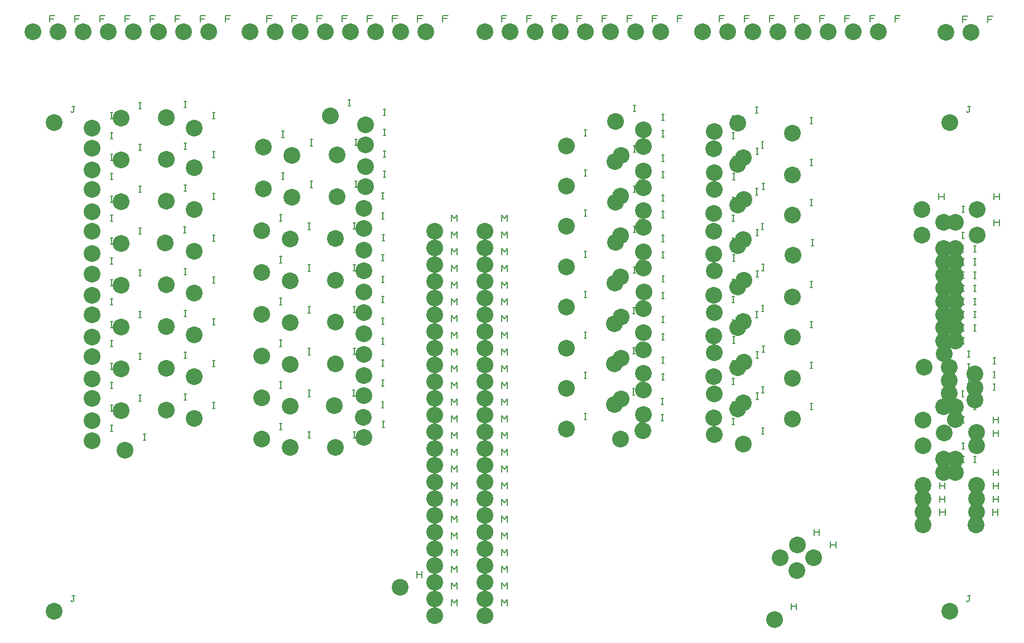
<source format=gbr>
%FSLAX23Y23*%
%MOIN*%
G04 EasyPC Gerber Version 17.0 Build 3379 *
%ADD18C,0.00500*%
%ADD71C,0.10000*%
X0Y0D02*
D02*
D18*
X251Y3805D02*
Y3842D01*
X282*
X276Y3823D02*
X251D01*
X378Y343D02*
X381Y340D01*
X387Y337*
X393Y340*
X396Y343*
Y374*
X403*
X396D02*
X384D01*
X378Y3268D02*
X381Y3265D01*
X387Y3262*
X393Y3265*
X396Y3268*
Y3299*
X403*
X396D02*
X384D01*
X401Y3805D02*
Y3842D01*
X432*
X426Y3823D02*
X401D01*
X551Y3805D02*
Y3842D01*
X582*
X576Y3823D02*
X551D01*
X617Y1357D02*
X629D01*
X623D02*
Y1394D01*
X617D02*
X629D01*
X617Y1477D02*
X629D01*
X623D02*
Y1514D01*
X617D02*
X629D01*
X617Y1612D02*
X629D01*
X623D02*
Y1649D01*
X617D02*
X629D01*
X617Y1727D02*
X629D01*
X623D02*
Y1764D01*
X617D02*
X629D01*
X617Y1862D02*
X629D01*
X623D02*
Y1899D01*
X617D02*
X629D01*
X617Y1977D02*
X629D01*
X623D02*
Y2014D01*
X617D02*
X629D01*
X617Y2112D02*
X629D01*
X623D02*
Y2149D01*
X617D02*
X629D01*
X617Y2227D02*
X629D01*
X623D02*
Y2264D01*
X617D02*
X629D01*
X617Y2357D02*
X629D01*
X623D02*
Y2394D01*
X617D02*
X629D01*
X617Y2477D02*
X629D01*
X623D02*
Y2514D01*
X617D02*
X629D01*
X617Y2612D02*
X629D01*
X623D02*
Y2649D01*
X617D02*
X629D01*
X617Y2727D02*
X629D01*
X623D02*
Y2764D01*
X617D02*
X629D01*
X617Y2862D02*
X629D01*
X623D02*
Y2899D01*
X617D02*
X629D01*
X617Y2977D02*
X629D01*
X623D02*
Y3014D01*
X617D02*
X629D01*
X617Y3107D02*
X629D01*
X623D02*
Y3144D01*
X617D02*
X629D01*
X617Y3227D02*
X629D01*
X623D02*
Y3264D01*
X617D02*
X629D01*
X701Y3805D02*
Y3842D01*
X732*
X726Y3823D02*
X701D01*
X787Y1537D02*
X799D01*
X793D02*
Y1574D01*
X787D02*
X799D01*
X787Y1787D02*
X799D01*
X793D02*
Y1824D01*
X787D02*
X799D01*
X787Y2037D02*
X799D01*
X793D02*
Y2074D01*
X787D02*
X799D01*
X787Y2287D02*
X799D01*
X793D02*
Y2324D01*
X787D02*
X799D01*
X787Y2537D02*
X799D01*
X793D02*
Y2574D01*
X787D02*
X799D01*
X787Y2787D02*
X799D01*
X793D02*
Y2824D01*
X787D02*
X799D01*
X787Y3037D02*
X799D01*
X793D02*
Y3074D01*
X787D02*
X799D01*
X787Y3287D02*
X799D01*
X793D02*
Y3324D01*
X787D02*
X799D01*
X812Y1302D02*
X824D01*
X818D02*
Y1339D01*
X812D02*
X824D01*
X851Y3805D02*
Y3842D01*
X882*
X876Y3823D02*
X851D01*
X1001Y3805D02*
Y3842D01*
X1032*
X1026Y3823D02*
X1001D01*
X1052Y2542D02*
X1064D01*
X1058D02*
Y2579D01*
X1052D02*
X1064D01*
X1057Y1542D02*
X1069D01*
X1063D02*
Y1579D01*
X1057D02*
X1069D01*
X1057Y1792D02*
X1069D01*
X1063D02*
Y1829D01*
X1057D02*
X1069D01*
X1057Y2042D02*
X1069D01*
X1063D02*
Y2079D01*
X1057D02*
X1069D01*
X1057Y2292D02*
X1069D01*
X1063D02*
Y2329D01*
X1057D02*
X1069D01*
X1057Y2792D02*
X1069D01*
X1063D02*
Y2829D01*
X1057D02*
X1069D01*
X1057Y3042D02*
X1069D01*
X1063D02*
Y3079D01*
X1057D02*
X1069D01*
X1057Y3292D02*
X1069D01*
X1063D02*
Y3329D01*
X1057D02*
X1069D01*
X1151Y3805D02*
Y3842D01*
X1182*
X1176Y3823D02*
X1151D01*
X1227Y1492D02*
X1239D01*
X1233D02*
Y1529D01*
X1227D02*
X1239D01*
X1227Y1742D02*
X1239D01*
X1233D02*
Y1779D01*
X1227D02*
X1239D01*
X1227Y1992D02*
X1239D01*
X1233D02*
Y2029D01*
X1227D02*
X1239D01*
X1227Y2242D02*
X1239D01*
X1233D02*
Y2279D01*
X1227D02*
X1239D01*
X1227Y2492D02*
X1239D01*
X1233D02*
Y2529D01*
X1227D02*
X1239D01*
X1227Y2742D02*
X1239D01*
X1233D02*
Y2779D01*
X1227D02*
X1239D01*
X1227Y2992D02*
X1239D01*
X1233D02*
Y3029D01*
X1227D02*
X1239D01*
X1227Y3227D02*
X1239D01*
X1233D02*
Y3264D01*
X1227D02*
X1239D01*
X1301Y3805D02*
Y3842D01*
X1332*
X1326Y3823D02*
X1301D01*
X1550Y3806D02*
Y3843D01*
X1581*
X1575Y3825D02*
X1550D01*
X1627Y1367D02*
X1639D01*
X1633D02*
Y1404D01*
X1627D02*
X1639D01*
X1627Y1614D02*
X1639D01*
X1633D02*
Y1652D01*
X1627D02*
X1639D01*
X1627Y1864D02*
X1639D01*
X1633D02*
Y1902D01*
X1627D02*
X1639D01*
X1627Y2114D02*
X1639D01*
X1633D02*
Y2152D01*
X1627D02*
X1639D01*
X1627Y2364D02*
X1639D01*
X1633D02*
Y2402D01*
X1627D02*
X1639D01*
X1627Y2614D02*
X1639D01*
X1633D02*
Y2652D01*
X1627D02*
X1639D01*
Y2864D02*
X1652D01*
X1646D02*
Y2902D01*
X1639D02*
X1652D01*
X1639Y3114D02*
X1652D01*
X1646D02*
Y3152D01*
X1639D02*
X1652D01*
X1700Y3806D02*
Y3843D01*
X1731*
X1725Y3825D02*
X1700D01*
X1797Y1317D02*
X1809D01*
X1803D02*
Y1354D01*
X1797D02*
X1809D01*
X1797Y1564D02*
X1809D01*
X1803D02*
Y1602D01*
X1797D02*
X1809D01*
X1797Y1814D02*
X1809D01*
X1803D02*
Y1852D01*
X1797D02*
X1809D01*
X1797Y2064D02*
X1809D01*
X1803D02*
Y2102D01*
X1797D02*
X1809D01*
X1797Y2314D02*
X1809D01*
X1803D02*
Y2352D01*
X1797D02*
X1809D01*
X1797Y2564D02*
X1809D01*
X1803D02*
Y2602D01*
X1797D02*
X1809D01*
Y2814D02*
X1822D01*
X1816D02*
Y2852D01*
X1809D02*
X1822D01*
X1809Y3064D02*
X1822D01*
X1816D02*
Y3102D01*
X1809D02*
X1822D01*
X1850Y3806D02*
Y3843D01*
X1881*
X1875Y3825D02*
X1850D01*
X2000Y3806D02*
Y3843D01*
X2031*
X2025Y3825D02*
X2000D01*
X2037Y3302D02*
X2049D01*
X2043D02*
Y3339D01*
X2037D02*
X2049D01*
X2062Y1567D02*
X2074D01*
X2068D02*
Y1604D01*
X2062D02*
X2074D01*
X2067Y1317D02*
X2079D01*
X2073D02*
Y1354D01*
X2067D02*
X2079D01*
X2067Y1817D02*
X2079D01*
X2073D02*
Y1854D01*
X2067D02*
X2079D01*
X2067Y2067D02*
X2079D01*
X2073D02*
Y2104D01*
X2067D02*
X2079D01*
X2067Y2317D02*
X2079D01*
X2073D02*
Y2354D01*
X2067D02*
X2079D01*
X2067Y2567D02*
X2079D01*
X2073D02*
Y2604D01*
X2067D02*
X2079D01*
X2077Y2817D02*
X2089D01*
X2083D02*
Y2854D01*
X2077D02*
X2089D01*
X2077Y3067D02*
X2089D01*
X2083D02*
Y3104D01*
X2077D02*
X2089D01*
X2150Y3806D02*
Y3843D01*
X2181*
X2175Y3825D02*
X2150D01*
X2234Y1497D02*
X2247D01*
X2241D02*
Y1534D01*
X2234D02*
X2247D01*
X2237Y1627D02*
X2249D01*
X2243D02*
Y1664D01*
X2237D02*
X2249D01*
X2237Y1747D02*
X2249D01*
X2243D02*
Y1784D01*
X2237D02*
X2249D01*
X2237Y1877D02*
X2249D01*
X2243D02*
Y1914D01*
X2237D02*
X2249D01*
X2237Y1997D02*
X2249D01*
X2243D02*
Y2034D01*
X2237D02*
X2249D01*
X2237Y2127D02*
X2249D01*
X2243D02*
Y2164D01*
X2237D02*
X2249D01*
X2237Y2247D02*
X2249D01*
X2243D02*
Y2284D01*
X2237D02*
X2249D01*
X2237Y2377D02*
X2249D01*
X2243D02*
Y2414D01*
X2237D02*
X2249D01*
X2237Y2627D02*
X2249D01*
X2243D02*
Y2664D01*
X2237D02*
X2249D01*
X2237Y2747D02*
X2249D01*
X2243D02*
Y2784D01*
X2237D02*
X2249D01*
X2239Y1379D02*
X2252D01*
X2246D02*
Y1417D01*
X2239D02*
X2252D01*
X2239Y2497D02*
X2252D01*
X2246D02*
Y2534D01*
X2239D02*
X2252D01*
X2247Y2877D02*
X2259D01*
X2253D02*
Y2914D01*
X2247D02*
X2259D01*
X2247Y2997D02*
X2259D01*
X2253D02*
Y3034D01*
X2247D02*
X2259D01*
X2247Y3127D02*
X2259D01*
X2253D02*
Y3164D01*
X2247D02*
X2259D01*
X2247Y3247D02*
X2259D01*
X2253D02*
Y3284D01*
X2247D02*
X2259D01*
X2300Y3806D02*
Y3843D01*
X2331*
X2325Y3825D02*
X2300D01*
X2444Y481D02*
Y519D01*
Y500D02*
X2475D01*
Y481D02*
Y519D01*
X2450Y3806D02*
Y3843D01*
X2481*
X2475Y3825D02*
X2450D01*
X2600Y3806D02*
Y3843D01*
X2631*
X2625Y3825D02*
X2600D01*
X2653Y312D02*
Y349D01*
X2668Y331*
X2684Y349*
Y312*
X2653Y412D02*
Y449D01*
X2668Y431*
X2684Y449*
Y412*
X2653Y512D02*
Y549D01*
X2668Y531*
X2684Y549*
Y512*
X2653Y612D02*
Y649D01*
X2668Y631*
X2684Y649*
Y612*
X2653Y712D02*
Y749D01*
X2668Y731*
X2684Y749*
Y712*
X2653Y812D02*
Y849D01*
X2668Y831*
X2684Y849*
Y812*
X2653Y912D02*
Y949D01*
X2668Y931*
X2684Y949*
Y912*
X2653Y1012D02*
Y1049D01*
X2668Y1031*
X2684Y1049*
Y1012*
X2653Y1112D02*
Y1149D01*
X2668Y1131*
X2684Y1149*
Y1112*
X2653Y1212D02*
Y1249D01*
X2668Y1231*
X2684Y1249*
Y1212*
X2653Y1312D02*
Y1349D01*
X2668Y1331*
X2684Y1349*
Y1312*
X2653Y1412D02*
Y1449D01*
X2668Y1431*
X2684Y1449*
Y1412*
X2653Y1512D02*
Y1549D01*
X2668Y1531*
X2684Y1549*
Y1512*
X2653Y1612D02*
Y1649D01*
X2668Y1631*
X2684Y1649*
Y1612*
X2653Y1712D02*
Y1749D01*
X2668Y1731*
X2684Y1749*
Y1712*
X2653Y1812D02*
Y1849D01*
X2668Y1831*
X2684Y1849*
Y1812*
X2653Y1912D02*
Y1949D01*
X2668Y1931*
X2684Y1949*
Y1912*
X2653Y2012D02*
Y2049D01*
X2668Y2031*
X2684Y2049*
Y2012*
X2653Y2112D02*
Y2149D01*
X2668Y2131*
X2684Y2149*
Y2112*
X2653Y2212D02*
Y2249D01*
X2668Y2231*
X2684Y2249*
Y2212*
X2653Y2312D02*
Y2349D01*
X2668Y2331*
X2684Y2349*
Y2312*
X2653Y2412D02*
Y2449D01*
X2668Y2431*
X2684Y2449*
Y2412*
X2653Y2512D02*
Y2549D01*
X2668Y2531*
X2684Y2549*
Y2512*
X2653Y2612D02*
Y2649D01*
X2668Y2631*
X2684Y2649*
Y2612*
X2951Y3806D02*
Y3843D01*
X2982*
X2976Y3825D02*
X2951D01*
X2953Y312D02*
Y349D01*
X2968Y331*
X2984Y349*
Y312*
X2953Y412D02*
Y449D01*
X2968Y431*
X2984Y449*
Y412*
X2953Y512D02*
Y549D01*
X2968Y531*
X2984Y549*
Y512*
X2953Y612D02*
Y649D01*
X2968Y631*
X2984Y649*
Y612*
X2953Y712D02*
Y749D01*
X2968Y731*
X2984Y749*
Y712*
X2953Y812D02*
Y849D01*
X2968Y831*
X2984Y849*
Y812*
X2953Y912D02*
Y949D01*
X2968Y931*
X2984Y949*
Y912*
X2953Y1012D02*
Y1049D01*
X2968Y1031*
X2984Y1049*
Y1012*
X2953Y1112D02*
Y1149D01*
X2968Y1131*
X2984Y1149*
Y1112*
X2953Y1212D02*
Y1249D01*
X2968Y1231*
X2984Y1249*
Y1212*
X2953Y1312D02*
Y1349D01*
X2968Y1331*
X2984Y1349*
Y1312*
X2953Y1412D02*
Y1449D01*
X2968Y1431*
X2984Y1449*
Y1412*
X2953Y1512D02*
Y1549D01*
X2968Y1531*
X2984Y1549*
Y1512*
X2953Y1612D02*
Y1649D01*
X2968Y1631*
X2984Y1649*
Y1612*
X2953Y1712D02*
Y1749D01*
X2968Y1731*
X2984Y1749*
Y1712*
X2953Y1812D02*
Y1849D01*
X2968Y1831*
X2984Y1849*
Y1812*
X2953Y1912D02*
Y1949D01*
X2968Y1931*
X2984Y1949*
Y1912*
X2953Y2012D02*
Y2049D01*
X2968Y2031*
X2984Y2049*
Y2012*
X2953Y2112D02*
Y2149D01*
X2968Y2131*
X2984Y2149*
Y2112*
X2953Y2212D02*
Y2249D01*
X2968Y2231*
X2984Y2249*
Y2212*
X2953Y2312D02*
Y2349D01*
X2968Y2331*
X2984Y2349*
Y2312*
X2953Y2412D02*
Y2449D01*
X2968Y2431*
X2984Y2449*
Y2412*
X2953Y2512D02*
Y2549D01*
X2968Y2531*
X2984Y2549*
Y2512*
X2953Y2612D02*
Y2649D01*
X2968Y2631*
X2984Y2649*
Y2612*
X3101Y3806D02*
Y3843D01*
X3132*
X3126Y3825D02*
X3101D01*
X3251Y3806D02*
Y3843D01*
X3282*
X3276Y3825D02*
X3251D01*
X3401Y3806D02*
Y3843D01*
X3432*
X3426Y3825D02*
X3401D01*
X3447Y1427D02*
X3459D01*
X3453D02*
Y1464D01*
X3447D02*
X3459D01*
X3447Y1672D02*
X3459D01*
X3453D02*
Y1709D01*
X3447D02*
X3459D01*
X3447Y1912D02*
X3459D01*
X3453D02*
Y1949D01*
X3447D02*
X3459D01*
X3447Y2157D02*
X3459D01*
X3453D02*
Y2194D01*
X3447D02*
X3459D01*
X3447Y2397D02*
X3459D01*
X3453D02*
Y2434D01*
X3447D02*
X3459D01*
X3447Y2642D02*
X3459D01*
X3453D02*
Y2679D01*
X3447D02*
X3459D01*
X3447Y2882D02*
X3459D01*
X3453D02*
Y2919D01*
X3447D02*
X3459D01*
X3447Y3122D02*
X3459D01*
X3453D02*
Y3159D01*
X3447D02*
X3459D01*
X3551Y3806D02*
Y3843D01*
X3582*
X3576Y3825D02*
X3551D01*
X3701Y3806D02*
Y3843D01*
X3732*
X3726Y3825D02*
X3701D01*
X3734Y1574D02*
X3746D01*
X3740D02*
Y1612D01*
X3734D02*
X3746D01*
X3736Y1818D02*
X3749D01*
X3742D02*
Y1855D01*
X3736D02*
X3749D01*
X3736Y2060D02*
X3749D01*
X3742D02*
Y2097D01*
X3736D02*
X3749D01*
X3739Y2303D02*
X3751D01*
X3745D02*
Y2341D01*
X3739D02*
X3751D01*
X3739Y3027D02*
X3751D01*
X3745D02*
Y3065D01*
X3739D02*
X3751D01*
X3740Y2545D02*
X3752D01*
X3746D02*
Y2583D01*
X3740D02*
X3752D01*
X3740Y2785D02*
X3752D01*
X3746D02*
Y2823D01*
X3740D02*
X3752D01*
X3740Y3269D02*
X3752D01*
X3746D02*
Y3307D01*
X3740D02*
X3752D01*
X3772Y1370D02*
X3785D01*
X3779D02*
Y1407D01*
X3772D02*
X3785D01*
X3772Y2341D02*
X3785D01*
X3779D02*
Y2378D01*
X3772D02*
X3785D01*
X3772Y2584D02*
X3785D01*
X3779D02*
Y2622D01*
X3772D02*
X3785D01*
X3772Y2824D02*
X3785D01*
X3779D02*
Y2861D01*
X3772D02*
X3785D01*
X3774Y1852D02*
X3786D01*
X3780D02*
Y1889D01*
X3774D02*
X3786D01*
X3774Y2097D02*
X3786D01*
X3780D02*
Y2135D01*
X3774D02*
X3786D01*
X3775Y1611D02*
X3787D01*
X3781D02*
Y1648D01*
X3775D02*
X3787D01*
X3775Y3065D02*
X3787D01*
X3781D02*
Y3102D01*
X3775D02*
X3787D01*
X3851Y3806D02*
Y3843D01*
X3882*
X3876Y3825D02*
X3851D01*
X3906Y1420D02*
X3918D01*
X3912D02*
Y1457D01*
X3906D02*
X3918D01*
X3907Y1516D02*
X3920D01*
X3913D02*
Y1553D01*
X3907D02*
X3920D01*
X3908Y1663D02*
X3921D01*
X3915D02*
Y1701D01*
X3908D02*
X3921D01*
X3908Y1762D02*
X3921D01*
X3915D02*
Y1799D01*
X3908D02*
X3921D01*
X3908Y2006D02*
X3921D01*
X3915D02*
Y2044D01*
X3908D02*
X3921D01*
X3908Y2491D02*
X3921D01*
X3915D02*
Y2528D01*
X3908D02*
X3921D01*
X3908Y2634D02*
X3921D01*
X3915D02*
Y2672D01*
X3908D02*
X3921D01*
X3908Y2874D02*
X3921D01*
X3915D02*
Y2911D01*
X3908D02*
X3921D01*
X3908Y3117D02*
X3921D01*
X3915D02*
Y3155D01*
X3908D02*
X3921D01*
X3910Y1903D02*
X3922D01*
X3916D02*
Y1940D01*
X3910D02*
X3922D01*
X3910Y2149D02*
X3922D01*
X3916D02*
Y2186D01*
X3910D02*
X3922D01*
X3910Y2393D02*
X3922D01*
X3916D02*
Y2431D01*
X3910D02*
X3922D01*
X3910Y2734D02*
X3922D01*
X3916D02*
Y2771D01*
X3910D02*
X3922D01*
X3910Y2971D02*
X3922D01*
X3916D02*
Y3009D01*
X3910D02*
X3922D01*
X3910Y3217D02*
X3922D01*
X3916D02*
Y3254D01*
X3910D02*
X3922D01*
X3911Y2250D02*
X3923D01*
X3917D02*
Y2287D01*
X3911D02*
X3923D01*
X4001Y3806D02*
Y3843D01*
X4032*
X4026Y3825D02*
X4001D01*
X4251Y3806D02*
Y3843D01*
X4282*
X4276Y3825D02*
X4251D01*
X4328Y1742D02*
X4340D01*
X4334D02*
Y1779D01*
X4328D02*
X4340D01*
X4328Y2474D02*
X4340D01*
X4334D02*
Y2512D01*
X4328D02*
X4340D01*
X4329Y1496D02*
X4341D01*
X4335D02*
Y1533D01*
X4329D02*
X4341D01*
X4329Y1985D02*
X4341D01*
X4335D02*
Y2023D01*
X4329D02*
X4341D01*
X4329Y2227D02*
X4341D01*
X4335D02*
Y2265D01*
X4329D02*
X4341D01*
X4329Y2612D02*
X4341D01*
X4335D02*
Y2649D01*
X4329D02*
X4341D01*
X4329Y2718D02*
X4341D01*
X4335D02*
Y2755D01*
X4329D02*
X4341D01*
X4329Y3106D02*
X4341D01*
X4335D02*
Y3143D01*
X4329D02*
X4341D01*
X4330Y1395D02*
X4343D01*
X4336D02*
Y1432D01*
X4330D02*
X4343D01*
X4330Y1637D02*
X4343D01*
X4336D02*
Y1674D01*
X4330D02*
X4343D01*
X4330Y2125D02*
X4343D01*
X4336D02*
Y2162D01*
X4330D02*
X4343D01*
X4330Y3207D02*
X4343D01*
X4336D02*
Y3244D01*
X4330D02*
X4343D01*
X4331Y1884D02*
X4344D01*
X4338D02*
Y1922D01*
X4331D02*
X4344D01*
X4331Y2374D02*
X4344D01*
X4338D02*
Y2412D01*
X4331D02*
X4344D01*
X4331Y2861D02*
X4344D01*
X4338D02*
Y2899D01*
X4331D02*
X4344D01*
X4331Y2961D02*
X4344D01*
X4338D02*
Y2999D01*
X4331D02*
X4344D01*
X4401Y3806D02*
Y3843D01*
X4432*
X4426Y3825D02*
X4401D01*
X4470Y2036D02*
X4483D01*
X4476D02*
Y2074D01*
X4470D02*
X4483D01*
X4470Y2770D02*
X4483D01*
X4476D02*
Y2808D01*
X4470D02*
X4483D01*
X4470Y3259D02*
X4483D01*
X4476D02*
Y3297D01*
X4470D02*
X4483D01*
X4471Y1547D02*
X4484D01*
X4478D02*
Y1585D01*
X4471D02*
X4484D01*
X4471Y1794D02*
X4484D01*
X4478D02*
Y1832D01*
X4471D02*
X4484D01*
X4471Y2278D02*
X4484D01*
X4478D02*
Y2316D01*
X4471D02*
X4484D01*
X4471Y2525D02*
X4484D01*
X4478D02*
Y2563D01*
X4471D02*
X4484D01*
X4471Y3012D02*
X4484D01*
X4478D02*
Y3050D01*
X4471D02*
X4484D01*
X4504Y2562D02*
X4516D01*
X4510D02*
Y2599D01*
X4504D02*
X4516D01*
X4504Y3051D02*
X4516D01*
X4510D02*
Y3088D01*
X4504D02*
X4516D01*
X4505Y2072D02*
X4517D01*
X4511D02*
Y2110D01*
X4505D02*
X4517D01*
X4506Y1340D02*
X4519D01*
X4512D02*
Y1377D01*
X4506D02*
X4519D01*
X4506Y1586D02*
X4519D01*
X4512D02*
Y1623D01*
X4506D02*
X4519D01*
X4507Y2317D02*
X4520D01*
X4514D02*
Y2355D01*
X4507D02*
X4520D01*
X4509Y1828D02*
X4521D01*
X4515D02*
Y1865D01*
X4509D02*
X4521D01*
X4509Y2804D02*
X4521D01*
X4515D02*
Y2841D01*
X4509D02*
X4521D01*
X4551Y3806D02*
Y3843D01*
X4582*
X4576Y3825D02*
X4551D01*
X4681Y290D02*
Y327D01*
Y309D02*
X4712D01*
Y290D02*
Y327D01*
X4701Y3806D02*
Y3843D01*
X4732*
X4726Y3825D02*
X4701D01*
X4715Y660D02*
Y697D01*
Y678D02*
X4746D01*
Y660D02*
Y697D01*
X4797Y1487D02*
X4809D01*
X4803D02*
Y1524D01*
X4797D02*
X4809D01*
X4797Y1732D02*
X4809D01*
X4803D02*
Y1769D01*
X4797D02*
X4809D01*
X4797Y1977D02*
X4809D01*
X4803D02*
Y2014D01*
X4797D02*
X4809D01*
X4797Y2217D02*
X4809D01*
X4803D02*
Y2254D01*
X4797D02*
X4809D01*
X4797Y2707D02*
X4809D01*
X4803D02*
Y2744D01*
X4797D02*
X4809D01*
X4797Y2947D02*
X4809D01*
X4803D02*
Y2984D01*
X4797D02*
X4809D01*
X4797Y3197D02*
X4809D01*
X4803D02*
Y3234D01*
X4797D02*
X4809D01*
X4802Y2467D02*
X4814D01*
X4808D02*
Y2504D01*
X4802D02*
X4814D01*
X4817Y582D02*
Y619D01*
Y600D02*
X4848D01*
Y582D02*
Y619D01*
X4818Y734D02*
Y771D01*
Y753D02*
X4849D01*
Y734D02*
Y771D01*
X4851Y3806D02*
Y3843D01*
X4882*
X4876Y3825D02*
X4851D01*
X4917Y658D02*
Y696D01*
Y677D02*
X4949D01*
Y658D02*
Y696D01*
X5001Y3806D02*
Y3843D01*
X5032*
X5026Y3825D02*
X5001D01*
X5151Y3806D02*
Y3843D01*
X5182*
X5176Y3825D02*
X5151D01*
X5301Y3806D02*
Y3843D01*
X5332*
X5326Y3825D02*
X5301D01*
X5563Y2587D02*
Y2624D01*
Y2606D02*
X5594D01*
Y2587D02*
Y2624D01*
X5563Y2742D02*
Y2779D01*
Y2761D02*
X5594D01*
Y2742D02*
Y2779D01*
X5568Y932D02*
Y969D01*
Y951D02*
X5599D01*
Y932D02*
Y969D01*
X5568Y1092D02*
Y1129D01*
Y1111D02*
X5599D01*
Y1092D02*
Y1129D01*
X5568Y1327D02*
Y1364D01*
Y1346D02*
X5599D01*
Y1327D02*
Y1364D01*
X5568Y1482D02*
Y1519D01*
Y1501D02*
X5599D01*
Y1482D02*
Y1519D01*
X5568Y1012D02*
Y1049D01*
Y1030D02*
X5599D01*
Y1012D02*
Y1049D01*
X5569Y854D02*
Y892D01*
Y873D02*
X5601D01*
Y854D02*
Y892D01*
X5586Y1798D02*
X5598D01*
X5592D02*
Y1835D01*
X5586D02*
X5598D01*
X5700Y2428D02*
X5712D01*
X5706D02*
Y2466D01*
X5700D02*
X5712D01*
X5701Y1562D02*
X5713D01*
X5707D02*
Y1600D01*
X5701D02*
X5713D01*
X5701Y2272D02*
X5714D01*
X5707D02*
Y2310D01*
X5701D02*
X5714D01*
X5701Y2508D02*
X5714D01*
X5707D02*
Y2545D01*
X5701D02*
X5714D01*
X5702Y1169D02*
X5714D01*
X5708D02*
Y1206D01*
X5702D02*
X5714D01*
X5702Y1248D02*
X5714D01*
X5708D02*
Y1285D01*
X5702D02*
X5714D01*
X5702Y1956D02*
X5714D01*
X5708D02*
Y1994D01*
X5702D02*
X5714D01*
X5702Y2035D02*
X5714D01*
X5708D02*
Y2073D01*
X5702D02*
X5714D01*
X5702Y2114D02*
X5715D01*
X5709D02*
Y2151D01*
X5702D02*
X5715D01*
X5702Y2192D02*
X5715D01*
X5709D02*
Y2230D01*
X5702D02*
X5715D01*
X5702Y2351D02*
X5715D01*
X5709D02*
Y2388D01*
X5702D02*
X5715D01*
X5702Y2665D02*
X5715D01*
X5709D02*
Y2703D01*
X5702D02*
X5715D01*
X5703Y1406D02*
X5716D01*
X5709D02*
Y1444D01*
X5703D02*
X5716D01*
X5703Y1878D02*
X5716D01*
X5709D02*
Y1915D01*
X5703D02*
X5716D01*
X5704Y3802D02*
Y3840D01*
X5735*
X5729Y3821D02*
X5704D01*
X5736Y1642D02*
X5748D01*
X5742D02*
Y1679D01*
X5736D02*
X5748D01*
X5736Y1721D02*
X5748D01*
X5742D02*
Y1758D01*
X5736D02*
X5748D01*
X5736Y1799D02*
X5748D01*
X5742D02*
Y1837D01*
X5736D02*
X5748D01*
X5728Y343D02*
X5731Y340D01*
X5737Y337*
X5743Y340*
X5746Y343*
Y374*
X5753*
X5746D02*
X5734D01*
X5728Y3268D02*
X5731Y3265D01*
X5737Y3262*
X5743Y3265*
X5746Y3268*
Y3299*
X5753*
X5746D02*
X5734D01*
X5772Y1169D02*
X5784D01*
X5778D02*
Y1206D01*
X5772D02*
X5784D01*
X5772Y1248D02*
X5784D01*
X5778D02*
Y1285D01*
X5772D02*
X5784D01*
X5772Y1485D02*
X5784D01*
X5778D02*
Y1522D01*
X5772D02*
X5784D01*
X5772Y1562D02*
X5784D01*
X5778D02*
Y1600D01*
X5772D02*
X5784D01*
X5772Y1956D02*
X5784D01*
X5778D02*
Y1994D01*
X5772D02*
X5784D01*
X5772Y2035D02*
X5784D01*
X5778D02*
Y2073D01*
X5772D02*
X5784D01*
X5772Y2114D02*
X5784D01*
X5778D02*
Y2151D01*
X5772D02*
X5784D01*
X5772Y2193D02*
X5784D01*
X5778D02*
Y2230D01*
X5772D02*
X5784D01*
X5772Y2271D02*
X5784D01*
X5778D02*
Y2309D01*
X5772D02*
X5784D01*
X5772Y2350D02*
X5784D01*
X5778D02*
Y2388D01*
X5772D02*
X5784D01*
X5772Y2429D02*
X5784D01*
X5778D02*
Y2466D01*
X5772D02*
X5784D01*
X5772Y2508D02*
X5784D01*
X5778D02*
Y2545D01*
X5772D02*
X5784D01*
X5772Y2665D02*
X5784D01*
X5778D02*
Y2703D01*
X5772D02*
X5784D01*
X5854Y3802D02*
Y3840D01*
X5885*
X5879Y3821D02*
X5854D01*
X5888Y1602D02*
X5900D01*
X5894D02*
Y1639D01*
X5888D02*
X5900D01*
X5888Y1677D02*
X5900D01*
X5894D02*
Y1714D01*
X5888D02*
X5900D01*
X5889Y1759D02*
X5902D01*
X5895D02*
Y1797D01*
X5889D02*
X5902D01*
X5884Y854D02*
Y892D01*
Y873D02*
X5915D01*
Y854D02*
Y892D01*
X5888Y932D02*
Y969D01*
Y951D02*
X5919D01*
Y932D02*
Y969D01*
X5888Y1092D02*
Y1129D01*
Y1111D02*
X5919D01*
Y1092D02*
Y1129D01*
X5888Y1327D02*
Y1364D01*
Y1346D02*
X5919D01*
Y1327D02*
Y1364D01*
X5888Y1407D02*
Y1444D01*
Y1426D02*
X5919D01*
Y1407D02*
Y1444D01*
X5888Y1012D02*
Y1049D01*
Y1030D02*
X5920D01*
Y1012D02*
Y1049D01*
X5893Y2587D02*
Y2624D01*
Y2606D02*
X5924D01*
Y2587D02*
Y2624D01*
X5893Y2742D02*
Y2779D01*
Y2761D02*
X5924D01*
Y2742D02*
Y2779D01*
D02*
D71*
X151Y3745D03*
X278Y278D03*
Y3203D03*
X301Y3745D03*
X451D03*
X507Y1298D03*
Y1418D03*
Y1553D03*
Y1668D03*
Y1803D03*
Y1918D03*
Y2053D03*
Y2168D03*
Y2297D03*
Y2418D03*
Y2553D03*
Y2668D03*
Y2803D03*
Y2918D03*
Y3048D03*
Y3168D03*
X601Y3745D03*
X678Y1478D03*
Y1728D03*
Y1978D03*
Y2228D03*
Y2478D03*
Y2728D03*
Y2978D03*
Y3228D03*
X703Y1242D03*
X751Y3745D03*
X901D03*
X943Y2483D03*
X948Y1483D03*
Y1733D03*
Y1983D03*
Y2233D03*
Y2733D03*
Y2983D03*
Y3233D03*
X1051Y3745D03*
X1117Y1433D03*
Y1683D03*
Y1933D03*
Y2183D03*
Y2433D03*
Y2683D03*
Y2933D03*
Y3168D03*
X1201Y3745D03*
X1450Y3747D03*
X1518Y1308D03*
Y1555D03*
Y1805D03*
Y2055D03*
Y2305D03*
Y2555D03*
X1530Y2805D03*
Y3055D03*
X1600Y3747D03*
X1688Y1258D03*
Y1505D03*
Y1755D03*
Y2005D03*
Y2255D03*
Y2505D03*
X1700Y2755D03*
Y3005D03*
X1750Y3747D03*
X1900D03*
X1928Y3243D03*
X1953Y1508D03*
X1958Y1258D03*
Y1758D03*
Y2008D03*
Y2258D03*
Y2508D03*
X1968Y2758D03*
Y3008D03*
X2050Y3747D03*
X2125Y1438D03*
X2128Y1568D03*
Y1688D03*
Y1817D03*
Y1938D03*
Y2067D03*
Y2188D03*
Y2317D03*
Y2568D03*
Y2688D03*
X2130Y1320D03*
Y2438D03*
X2138Y2818D03*
Y2938D03*
Y3068D03*
Y3188D03*
X2200Y3747D03*
X2344Y422D03*
X2350Y3747D03*
X2500D03*
X2553Y253D03*
Y353D03*
Y453D03*
Y553D03*
Y653D03*
Y753D03*
Y853D03*
Y953D03*
Y1053D03*
Y1153D03*
Y1252D03*
Y1353D03*
Y1453D03*
Y1553D03*
Y1653D03*
Y1753D03*
Y1853D03*
Y1953D03*
Y2053D03*
Y2153D03*
Y2253D03*
Y2353D03*
Y2453D03*
Y2553D03*
X2851Y3747D03*
X2853Y253D03*
Y353D03*
Y453D03*
Y553D03*
Y653D03*
Y753D03*
Y853D03*
Y953D03*
Y1053D03*
Y1153D03*
Y1252D03*
Y1353D03*
Y1453D03*
Y1553D03*
Y1653D03*
Y1753D03*
Y1853D03*
Y1953D03*
Y2053D03*
Y2153D03*
Y2253D03*
Y2353D03*
Y2453D03*
Y2553D03*
X3001Y3747D03*
X3151D03*
X3301D03*
X3338Y1368D03*
Y1613D03*
Y1853D03*
Y2098D03*
Y2338D03*
Y2583D03*
Y2823D03*
Y3063D03*
X3451Y3747D03*
X3601D03*
X3624Y1515D03*
X3627Y1758D03*
Y2001D03*
X3629Y2244D03*
Y2968D03*
X3631Y2486D03*
Y2726D03*
Y3210D03*
X3663Y1310D03*
Y2281D03*
Y2525D03*
Y2764D03*
X3664Y1792D03*
Y2038D03*
X3665Y1551D03*
Y3005D03*
X3751Y3747D03*
X3797Y1360D03*
X3798Y1456D03*
X3799Y1604D03*
Y1702D03*
Y1947D03*
Y2431D03*
Y2575D03*
Y2814D03*
Y3058D03*
X3800Y1843D03*
Y2089D03*
Y2334D03*
Y2675D03*
Y2912D03*
Y3158D03*
X3802Y2190D03*
X3901Y3747D03*
X4151D03*
X4218Y1682D03*
Y2415D03*
X4220Y1436D03*
Y1926D03*
Y2168D03*
Y2552D03*
Y2658D03*
Y3046D03*
X4221Y1335D03*
Y1578D03*
Y2065D03*
Y3148D03*
X4222Y1825D03*
Y2315D03*
Y2802D03*
Y2902D03*
X4301Y3747D03*
X4361Y1977D03*
Y2711D03*
Y3200D03*
X4362Y1488D03*
Y1735D03*
Y2219D03*
Y2466D03*
Y2953D03*
X4394Y2502D03*
Y2992D03*
X4396Y2013D03*
X4397Y1280D03*
Y1526D03*
X4398Y2258D03*
X4399Y1768D03*
Y2744D03*
X4451Y3747D03*
X4581Y231D03*
X4601Y3747D03*
X4615Y600D03*
X4688Y1428D03*
Y1673D03*
Y1918D03*
Y2158D03*
Y2648D03*
Y2888D03*
Y3138D03*
X4693Y2408D03*
X4717Y522D03*
X4718Y675D03*
X4751Y3747D03*
X4817Y599D03*
X4901Y3747D03*
X5051D03*
X5201D03*
X5463Y2528D03*
Y2683D03*
X5468Y873D03*
Y1033D03*
Y1268D03*
Y1423D03*
X5468Y952D03*
X5469Y795D03*
X5476Y1739D03*
X5591Y2369D03*
X5591Y1503D03*
X5592Y2213D03*
Y2449D03*
X5592Y1110D03*
Y1188D03*
Y1897D03*
Y1976D03*
X5593Y2054D03*
Y2133D03*
Y2291D03*
Y2606D03*
X5594Y1347D03*
Y1818D03*
X5604Y3743D03*
X5626Y1583D03*
Y1661D03*
Y1740D03*
X5628Y278D03*
Y3203D03*
X5662Y1110D03*
Y1188D03*
Y1425D03*
Y1503D03*
Y1897D03*
Y1976D03*
X5663Y2054D03*
Y2133D03*
Y2212D03*
Y2291D03*
Y2369D03*
Y2448D03*
Y2606D03*
X5754Y3743D03*
X5778Y1543D03*
Y1617D03*
X5780Y1700D03*
X5784Y795D03*
X5788Y873D03*
Y1033D03*
Y1268D03*
Y1348D03*
X5788Y952D03*
X5793Y2528D03*
Y2683D03*
X0Y0D02*
M02*

</source>
